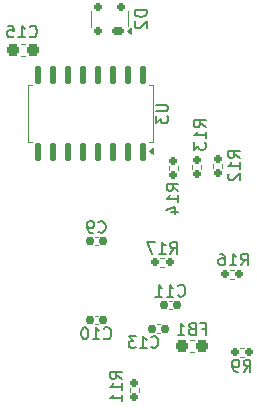
<source format=gbr>
%TF.GenerationSoftware,KiCad,Pcbnew,8.0.2*%
%TF.CreationDate,2024-06-17T14:20:13-07:00*%
%TF.ProjectId,USB_SPDTK,5553425f-5350-4445-944b-2e6b69636164,rev?*%
%TF.SameCoordinates,Original*%
%TF.FileFunction,Legend,Bot*%
%TF.FilePolarity,Positive*%
%FSLAX46Y46*%
G04 Gerber Fmt 4.6, Leading zero omitted, Abs format (unit mm)*
G04 Created by KiCad (PCBNEW 8.0.2) date 2024-06-17 14:20:13*
%MOMM*%
%LPD*%
G01*
G04 APERTURE LIST*
G04 Aperture macros list*
%AMRoundRect*
0 Rectangle with rounded corners*
0 $1 Rounding radius*
0 $2 $3 $4 $5 $6 $7 $8 $9 X,Y pos of 4 corners*
0 Add a 4 corners polygon primitive as box body*
4,1,4,$2,$3,$4,$5,$6,$7,$8,$9,$2,$3,0*
0 Add four circle primitives for the rounded corners*
1,1,$1+$1,$2,$3*
1,1,$1+$1,$4,$5*
1,1,$1+$1,$6,$7*
1,1,$1+$1,$8,$9*
0 Add four rect primitives between the rounded corners*
20,1,$1+$1,$2,$3,$4,$5,0*
20,1,$1+$1,$4,$5,$6,$7,0*
20,1,$1+$1,$6,$7,$8,$9,0*
20,1,$1+$1,$8,$9,$2,$3,0*%
G04 Aperture macros list end*
%ADD10C,0.150000*%
%ADD11C,0.120000*%
%ADD12R,1.000000X1.000000*%
%ADD13O,1.000000X1.000000*%
%ADD14C,3.600000*%
%ADD15C,5.600000*%
%ADD16C,2.374900*%
%ADD17C,0.990600*%
%ADD18O,0.900000X1.600000*%
%ADD19RoundRect,0.137500X0.137500X-0.662500X0.137500X0.662500X-0.137500X0.662500X-0.137500X-0.662500X0*%
%ADD20RoundRect,0.160000X-0.197500X-0.160000X0.197500X-0.160000X0.197500X0.160000X-0.197500X0.160000X0*%
%ADD21RoundRect,0.155000X0.212500X0.155000X-0.212500X0.155000X-0.212500X-0.155000X0.212500X-0.155000X0*%
%ADD22RoundRect,0.155000X-0.212500X-0.155000X0.212500X-0.155000X0.212500X0.155000X-0.212500X0.155000X0*%
%ADD23RoundRect,0.237500X-0.300000X-0.237500X0.300000X-0.237500X0.300000X0.237500X-0.300000X0.237500X0*%
%ADD24RoundRect,0.175000X0.325000X-0.175000X0.325000X0.175000X-0.325000X0.175000X-0.325000X-0.175000X0*%
%ADD25RoundRect,0.150000X0.150000X-0.200000X0.150000X0.200000X-0.150000X0.200000X-0.150000X-0.200000X0*%
%ADD26RoundRect,0.160000X0.197500X0.160000X-0.197500X0.160000X-0.197500X-0.160000X0.197500X-0.160000X0*%
%ADD27RoundRect,0.237500X0.300000X0.237500X-0.300000X0.237500X-0.300000X-0.237500X0.300000X-0.237500X0*%
%ADD28C,3.000000*%
%ADD29RoundRect,0.160000X0.160000X-0.197500X0.160000X0.197500X-0.160000X0.197500X-0.160000X-0.197500X0*%
G04 APERTURE END LIST*
D10*
X128754819Y-78738095D02*
X129564342Y-78738095D01*
X129564342Y-78738095D02*
X129659580Y-78785714D01*
X129659580Y-78785714D02*
X129707200Y-78833333D01*
X129707200Y-78833333D02*
X129754819Y-78928571D01*
X129754819Y-78928571D02*
X129754819Y-79119047D01*
X129754819Y-79119047D02*
X129707200Y-79214285D01*
X129707200Y-79214285D02*
X129659580Y-79261904D01*
X129659580Y-79261904D02*
X129564342Y-79309523D01*
X129564342Y-79309523D02*
X128754819Y-79309523D01*
X128754819Y-79690476D02*
X128754819Y-80309523D01*
X128754819Y-80309523D02*
X129135771Y-79976190D01*
X129135771Y-79976190D02*
X129135771Y-80119047D01*
X129135771Y-80119047D02*
X129183390Y-80214285D01*
X129183390Y-80214285D02*
X129231009Y-80261904D01*
X129231009Y-80261904D02*
X129326247Y-80309523D01*
X129326247Y-80309523D02*
X129564342Y-80309523D01*
X129564342Y-80309523D02*
X129659580Y-80261904D01*
X129659580Y-80261904D02*
X129707200Y-80214285D01*
X129707200Y-80214285D02*
X129754819Y-80119047D01*
X129754819Y-80119047D02*
X129754819Y-79833333D01*
X129754819Y-79833333D02*
X129707200Y-79738095D01*
X129707200Y-79738095D02*
X129659580Y-79690476D01*
X136166666Y-101354819D02*
X136499999Y-100878628D01*
X136738094Y-101354819D02*
X136738094Y-100354819D01*
X136738094Y-100354819D02*
X136357142Y-100354819D01*
X136357142Y-100354819D02*
X136261904Y-100402438D01*
X136261904Y-100402438D02*
X136214285Y-100450057D01*
X136214285Y-100450057D02*
X136166666Y-100545295D01*
X136166666Y-100545295D02*
X136166666Y-100688152D01*
X136166666Y-100688152D02*
X136214285Y-100783390D01*
X136214285Y-100783390D02*
X136261904Y-100831009D01*
X136261904Y-100831009D02*
X136357142Y-100878628D01*
X136357142Y-100878628D02*
X136738094Y-100878628D01*
X135690475Y-101354819D02*
X135499999Y-101354819D01*
X135499999Y-101354819D02*
X135404761Y-101307200D01*
X135404761Y-101307200D02*
X135357142Y-101259580D01*
X135357142Y-101259580D02*
X135261904Y-101116723D01*
X135261904Y-101116723D02*
X135214285Y-100926247D01*
X135214285Y-100926247D02*
X135214285Y-100545295D01*
X135214285Y-100545295D02*
X135261904Y-100450057D01*
X135261904Y-100450057D02*
X135309523Y-100402438D01*
X135309523Y-100402438D02*
X135404761Y-100354819D01*
X135404761Y-100354819D02*
X135595237Y-100354819D01*
X135595237Y-100354819D02*
X135690475Y-100402438D01*
X135690475Y-100402438D02*
X135738094Y-100450057D01*
X135738094Y-100450057D02*
X135785713Y-100545295D01*
X135785713Y-100545295D02*
X135785713Y-100783390D01*
X135785713Y-100783390D02*
X135738094Y-100878628D01*
X135738094Y-100878628D02*
X135690475Y-100926247D01*
X135690475Y-100926247D02*
X135595237Y-100973866D01*
X135595237Y-100973866D02*
X135404761Y-100973866D01*
X135404761Y-100973866D02*
X135309523Y-100926247D01*
X135309523Y-100926247D02*
X135261904Y-100878628D01*
X135261904Y-100878628D02*
X135214285Y-100783390D01*
X130610357Y-94899580D02*
X130657976Y-94947200D01*
X130657976Y-94947200D02*
X130800833Y-94994819D01*
X130800833Y-94994819D02*
X130896071Y-94994819D01*
X130896071Y-94994819D02*
X131038928Y-94947200D01*
X131038928Y-94947200D02*
X131134166Y-94851961D01*
X131134166Y-94851961D02*
X131181785Y-94756723D01*
X131181785Y-94756723D02*
X131229404Y-94566247D01*
X131229404Y-94566247D02*
X131229404Y-94423390D01*
X131229404Y-94423390D02*
X131181785Y-94232914D01*
X131181785Y-94232914D02*
X131134166Y-94137676D01*
X131134166Y-94137676D02*
X131038928Y-94042438D01*
X131038928Y-94042438D02*
X130896071Y-93994819D01*
X130896071Y-93994819D02*
X130800833Y-93994819D01*
X130800833Y-93994819D02*
X130657976Y-94042438D01*
X130657976Y-94042438D02*
X130610357Y-94090057D01*
X129657976Y-94994819D02*
X130229404Y-94994819D01*
X129943690Y-94994819D02*
X129943690Y-93994819D01*
X129943690Y-93994819D02*
X130038928Y-94137676D01*
X130038928Y-94137676D02*
X130134166Y-94232914D01*
X130134166Y-94232914D02*
X130229404Y-94280533D01*
X128705595Y-94994819D02*
X129277023Y-94994819D01*
X128991309Y-94994819D02*
X128991309Y-93994819D01*
X128991309Y-93994819D02*
X129086547Y-94137676D01*
X129086547Y-94137676D02*
X129181785Y-94232914D01*
X129181785Y-94232914D02*
X129277023Y-94280533D01*
X124342857Y-98519580D02*
X124390476Y-98567200D01*
X124390476Y-98567200D02*
X124533333Y-98614819D01*
X124533333Y-98614819D02*
X124628571Y-98614819D01*
X124628571Y-98614819D02*
X124771428Y-98567200D01*
X124771428Y-98567200D02*
X124866666Y-98471961D01*
X124866666Y-98471961D02*
X124914285Y-98376723D01*
X124914285Y-98376723D02*
X124961904Y-98186247D01*
X124961904Y-98186247D02*
X124961904Y-98043390D01*
X124961904Y-98043390D02*
X124914285Y-97852914D01*
X124914285Y-97852914D02*
X124866666Y-97757676D01*
X124866666Y-97757676D02*
X124771428Y-97662438D01*
X124771428Y-97662438D02*
X124628571Y-97614819D01*
X124628571Y-97614819D02*
X124533333Y-97614819D01*
X124533333Y-97614819D02*
X124390476Y-97662438D01*
X124390476Y-97662438D02*
X124342857Y-97710057D01*
X123390476Y-98614819D02*
X123961904Y-98614819D01*
X123676190Y-98614819D02*
X123676190Y-97614819D01*
X123676190Y-97614819D02*
X123771428Y-97757676D01*
X123771428Y-97757676D02*
X123866666Y-97852914D01*
X123866666Y-97852914D02*
X123961904Y-97900533D01*
X122771428Y-97614819D02*
X122676190Y-97614819D01*
X122676190Y-97614819D02*
X122580952Y-97662438D01*
X122580952Y-97662438D02*
X122533333Y-97710057D01*
X122533333Y-97710057D02*
X122485714Y-97805295D01*
X122485714Y-97805295D02*
X122438095Y-97995771D01*
X122438095Y-97995771D02*
X122438095Y-98233866D01*
X122438095Y-98233866D02*
X122485714Y-98424342D01*
X122485714Y-98424342D02*
X122533333Y-98519580D01*
X122533333Y-98519580D02*
X122580952Y-98567200D01*
X122580952Y-98567200D02*
X122676190Y-98614819D01*
X122676190Y-98614819D02*
X122771428Y-98614819D01*
X122771428Y-98614819D02*
X122866666Y-98567200D01*
X122866666Y-98567200D02*
X122914285Y-98519580D01*
X122914285Y-98519580D02*
X122961904Y-98424342D01*
X122961904Y-98424342D02*
X123009523Y-98233866D01*
X123009523Y-98233866D02*
X123009523Y-97995771D01*
X123009523Y-97995771D02*
X122961904Y-97805295D01*
X122961904Y-97805295D02*
X122914285Y-97710057D01*
X122914285Y-97710057D02*
X122866666Y-97662438D01*
X122866666Y-97662438D02*
X122771428Y-97614819D01*
X123866666Y-89499580D02*
X123914285Y-89547200D01*
X123914285Y-89547200D02*
X124057142Y-89594819D01*
X124057142Y-89594819D02*
X124152380Y-89594819D01*
X124152380Y-89594819D02*
X124295237Y-89547200D01*
X124295237Y-89547200D02*
X124390475Y-89451961D01*
X124390475Y-89451961D02*
X124438094Y-89356723D01*
X124438094Y-89356723D02*
X124485713Y-89166247D01*
X124485713Y-89166247D02*
X124485713Y-89023390D01*
X124485713Y-89023390D02*
X124438094Y-88832914D01*
X124438094Y-88832914D02*
X124390475Y-88737676D01*
X124390475Y-88737676D02*
X124295237Y-88642438D01*
X124295237Y-88642438D02*
X124152380Y-88594819D01*
X124152380Y-88594819D02*
X124057142Y-88594819D01*
X124057142Y-88594819D02*
X123914285Y-88642438D01*
X123914285Y-88642438D02*
X123866666Y-88690057D01*
X123390475Y-89594819D02*
X123199999Y-89594819D01*
X123199999Y-89594819D02*
X123104761Y-89547200D01*
X123104761Y-89547200D02*
X123057142Y-89499580D01*
X123057142Y-89499580D02*
X122961904Y-89356723D01*
X122961904Y-89356723D02*
X122914285Y-89166247D01*
X122914285Y-89166247D02*
X122914285Y-88785295D01*
X122914285Y-88785295D02*
X122961904Y-88690057D01*
X122961904Y-88690057D02*
X123009523Y-88642438D01*
X123009523Y-88642438D02*
X123104761Y-88594819D01*
X123104761Y-88594819D02*
X123295237Y-88594819D01*
X123295237Y-88594819D02*
X123390475Y-88642438D01*
X123390475Y-88642438D02*
X123438094Y-88690057D01*
X123438094Y-88690057D02*
X123485713Y-88785295D01*
X123485713Y-88785295D02*
X123485713Y-89023390D01*
X123485713Y-89023390D02*
X123438094Y-89118628D01*
X123438094Y-89118628D02*
X123390475Y-89166247D01*
X123390475Y-89166247D02*
X123295237Y-89213866D01*
X123295237Y-89213866D02*
X123104761Y-89213866D01*
X123104761Y-89213866D02*
X123009523Y-89166247D01*
X123009523Y-89166247D02*
X122961904Y-89118628D01*
X122961904Y-89118628D02*
X122914285Y-89023390D01*
X118042857Y-72959580D02*
X118090476Y-73007200D01*
X118090476Y-73007200D02*
X118233333Y-73054819D01*
X118233333Y-73054819D02*
X118328571Y-73054819D01*
X118328571Y-73054819D02*
X118471428Y-73007200D01*
X118471428Y-73007200D02*
X118566666Y-72911961D01*
X118566666Y-72911961D02*
X118614285Y-72816723D01*
X118614285Y-72816723D02*
X118661904Y-72626247D01*
X118661904Y-72626247D02*
X118661904Y-72483390D01*
X118661904Y-72483390D02*
X118614285Y-72292914D01*
X118614285Y-72292914D02*
X118566666Y-72197676D01*
X118566666Y-72197676D02*
X118471428Y-72102438D01*
X118471428Y-72102438D02*
X118328571Y-72054819D01*
X118328571Y-72054819D02*
X118233333Y-72054819D01*
X118233333Y-72054819D02*
X118090476Y-72102438D01*
X118090476Y-72102438D02*
X118042857Y-72150057D01*
X117090476Y-73054819D02*
X117661904Y-73054819D01*
X117376190Y-73054819D02*
X117376190Y-72054819D01*
X117376190Y-72054819D02*
X117471428Y-72197676D01*
X117471428Y-72197676D02*
X117566666Y-72292914D01*
X117566666Y-72292914D02*
X117661904Y-72340533D01*
X116185714Y-72054819D02*
X116661904Y-72054819D01*
X116661904Y-72054819D02*
X116709523Y-72531009D01*
X116709523Y-72531009D02*
X116661904Y-72483390D01*
X116661904Y-72483390D02*
X116566666Y-72435771D01*
X116566666Y-72435771D02*
X116328571Y-72435771D01*
X116328571Y-72435771D02*
X116233333Y-72483390D01*
X116233333Y-72483390D02*
X116185714Y-72531009D01*
X116185714Y-72531009D02*
X116138095Y-72626247D01*
X116138095Y-72626247D02*
X116138095Y-72864342D01*
X116138095Y-72864342D02*
X116185714Y-72959580D01*
X116185714Y-72959580D02*
X116233333Y-73007200D01*
X116233333Y-73007200D02*
X116328571Y-73054819D01*
X116328571Y-73054819D02*
X116566666Y-73054819D01*
X116566666Y-73054819D02*
X116661904Y-73007200D01*
X116661904Y-73007200D02*
X116709523Y-72959580D01*
X127954819Y-70741905D02*
X126954819Y-70741905D01*
X126954819Y-70741905D02*
X126954819Y-70980000D01*
X126954819Y-70980000D02*
X127002438Y-71122857D01*
X127002438Y-71122857D02*
X127097676Y-71218095D01*
X127097676Y-71218095D02*
X127192914Y-71265714D01*
X127192914Y-71265714D02*
X127383390Y-71313333D01*
X127383390Y-71313333D02*
X127526247Y-71313333D01*
X127526247Y-71313333D02*
X127716723Y-71265714D01*
X127716723Y-71265714D02*
X127811961Y-71218095D01*
X127811961Y-71218095D02*
X127907200Y-71122857D01*
X127907200Y-71122857D02*
X127954819Y-70980000D01*
X127954819Y-70980000D02*
X127954819Y-70741905D01*
X127050057Y-71694286D02*
X127002438Y-71741905D01*
X127002438Y-71741905D02*
X126954819Y-71837143D01*
X126954819Y-71837143D02*
X126954819Y-72075238D01*
X126954819Y-72075238D02*
X127002438Y-72170476D01*
X127002438Y-72170476D02*
X127050057Y-72218095D01*
X127050057Y-72218095D02*
X127145295Y-72265714D01*
X127145295Y-72265714D02*
X127240533Y-72265714D01*
X127240533Y-72265714D02*
X127383390Y-72218095D01*
X127383390Y-72218095D02*
X127954819Y-71646667D01*
X127954819Y-71646667D02*
X127954819Y-72265714D01*
X128342857Y-99259580D02*
X128390476Y-99307200D01*
X128390476Y-99307200D02*
X128533333Y-99354819D01*
X128533333Y-99354819D02*
X128628571Y-99354819D01*
X128628571Y-99354819D02*
X128771428Y-99307200D01*
X128771428Y-99307200D02*
X128866666Y-99211961D01*
X128866666Y-99211961D02*
X128914285Y-99116723D01*
X128914285Y-99116723D02*
X128961904Y-98926247D01*
X128961904Y-98926247D02*
X128961904Y-98783390D01*
X128961904Y-98783390D02*
X128914285Y-98592914D01*
X128914285Y-98592914D02*
X128866666Y-98497676D01*
X128866666Y-98497676D02*
X128771428Y-98402438D01*
X128771428Y-98402438D02*
X128628571Y-98354819D01*
X128628571Y-98354819D02*
X128533333Y-98354819D01*
X128533333Y-98354819D02*
X128390476Y-98402438D01*
X128390476Y-98402438D02*
X128342857Y-98450057D01*
X127390476Y-99354819D02*
X127961904Y-99354819D01*
X127676190Y-99354819D02*
X127676190Y-98354819D01*
X127676190Y-98354819D02*
X127771428Y-98497676D01*
X127771428Y-98497676D02*
X127866666Y-98592914D01*
X127866666Y-98592914D02*
X127961904Y-98640533D01*
X127057142Y-98354819D02*
X126438095Y-98354819D01*
X126438095Y-98354819D02*
X126771428Y-98735771D01*
X126771428Y-98735771D02*
X126628571Y-98735771D01*
X126628571Y-98735771D02*
X126533333Y-98783390D01*
X126533333Y-98783390D02*
X126485714Y-98831009D01*
X126485714Y-98831009D02*
X126438095Y-98926247D01*
X126438095Y-98926247D02*
X126438095Y-99164342D01*
X126438095Y-99164342D02*
X126485714Y-99259580D01*
X126485714Y-99259580D02*
X126533333Y-99307200D01*
X126533333Y-99307200D02*
X126628571Y-99354819D01*
X126628571Y-99354819D02*
X126914285Y-99354819D01*
X126914285Y-99354819D02*
X127009523Y-99307200D01*
X127009523Y-99307200D02*
X127057142Y-99259580D01*
X129942857Y-91384819D02*
X130276190Y-90908628D01*
X130514285Y-91384819D02*
X130514285Y-90384819D01*
X130514285Y-90384819D02*
X130133333Y-90384819D01*
X130133333Y-90384819D02*
X130038095Y-90432438D01*
X130038095Y-90432438D02*
X129990476Y-90480057D01*
X129990476Y-90480057D02*
X129942857Y-90575295D01*
X129942857Y-90575295D02*
X129942857Y-90718152D01*
X129942857Y-90718152D02*
X129990476Y-90813390D01*
X129990476Y-90813390D02*
X130038095Y-90861009D01*
X130038095Y-90861009D02*
X130133333Y-90908628D01*
X130133333Y-90908628D02*
X130514285Y-90908628D01*
X128990476Y-91384819D02*
X129561904Y-91384819D01*
X129276190Y-91384819D02*
X129276190Y-90384819D01*
X129276190Y-90384819D02*
X129371428Y-90527676D01*
X129371428Y-90527676D02*
X129466666Y-90622914D01*
X129466666Y-90622914D02*
X129561904Y-90670533D01*
X128657142Y-90384819D02*
X127990476Y-90384819D01*
X127990476Y-90384819D02*
X128419047Y-91384819D01*
X132633333Y-97701009D02*
X132966666Y-97701009D01*
X132966666Y-98224819D02*
X132966666Y-97224819D01*
X132966666Y-97224819D02*
X132490476Y-97224819D01*
X131776190Y-97701009D02*
X131633333Y-97748628D01*
X131633333Y-97748628D02*
X131585714Y-97796247D01*
X131585714Y-97796247D02*
X131538095Y-97891485D01*
X131538095Y-97891485D02*
X131538095Y-98034342D01*
X131538095Y-98034342D02*
X131585714Y-98129580D01*
X131585714Y-98129580D02*
X131633333Y-98177200D01*
X131633333Y-98177200D02*
X131728571Y-98224819D01*
X131728571Y-98224819D02*
X132109523Y-98224819D01*
X132109523Y-98224819D02*
X132109523Y-97224819D01*
X132109523Y-97224819D02*
X131776190Y-97224819D01*
X131776190Y-97224819D02*
X131680952Y-97272438D01*
X131680952Y-97272438D02*
X131633333Y-97320057D01*
X131633333Y-97320057D02*
X131585714Y-97415295D01*
X131585714Y-97415295D02*
X131585714Y-97510533D01*
X131585714Y-97510533D02*
X131633333Y-97605771D01*
X131633333Y-97605771D02*
X131680952Y-97653390D01*
X131680952Y-97653390D02*
X131776190Y-97701009D01*
X131776190Y-97701009D02*
X132109523Y-97701009D01*
X130585714Y-98224819D02*
X131157142Y-98224819D01*
X130871428Y-98224819D02*
X130871428Y-97224819D01*
X130871428Y-97224819D02*
X130966666Y-97367676D01*
X130966666Y-97367676D02*
X131061904Y-97462914D01*
X131061904Y-97462914D02*
X131157142Y-97510533D01*
X130654819Y-86057142D02*
X130178628Y-85723809D01*
X130654819Y-85485714D02*
X129654819Y-85485714D01*
X129654819Y-85485714D02*
X129654819Y-85866666D01*
X129654819Y-85866666D02*
X129702438Y-85961904D01*
X129702438Y-85961904D02*
X129750057Y-86009523D01*
X129750057Y-86009523D02*
X129845295Y-86057142D01*
X129845295Y-86057142D02*
X129988152Y-86057142D01*
X129988152Y-86057142D02*
X130083390Y-86009523D01*
X130083390Y-86009523D02*
X130131009Y-85961904D01*
X130131009Y-85961904D02*
X130178628Y-85866666D01*
X130178628Y-85866666D02*
X130178628Y-85485714D01*
X130654819Y-87009523D02*
X130654819Y-86438095D01*
X130654819Y-86723809D02*
X129654819Y-86723809D01*
X129654819Y-86723809D02*
X129797676Y-86628571D01*
X129797676Y-86628571D02*
X129892914Y-86533333D01*
X129892914Y-86533333D02*
X129940533Y-86438095D01*
X129988152Y-87866666D02*
X130654819Y-87866666D01*
X129607200Y-87628571D02*
X130321485Y-87390476D01*
X130321485Y-87390476D02*
X130321485Y-88009523D01*
X132954819Y-80657142D02*
X132478628Y-80323809D01*
X132954819Y-80085714D02*
X131954819Y-80085714D01*
X131954819Y-80085714D02*
X131954819Y-80466666D01*
X131954819Y-80466666D02*
X132002438Y-80561904D01*
X132002438Y-80561904D02*
X132050057Y-80609523D01*
X132050057Y-80609523D02*
X132145295Y-80657142D01*
X132145295Y-80657142D02*
X132288152Y-80657142D01*
X132288152Y-80657142D02*
X132383390Y-80609523D01*
X132383390Y-80609523D02*
X132431009Y-80561904D01*
X132431009Y-80561904D02*
X132478628Y-80466666D01*
X132478628Y-80466666D02*
X132478628Y-80085714D01*
X132954819Y-81609523D02*
X132954819Y-81038095D01*
X132954819Y-81323809D02*
X131954819Y-81323809D01*
X131954819Y-81323809D02*
X132097676Y-81228571D01*
X132097676Y-81228571D02*
X132192914Y-81133333D01*
X132192914Y-81133333D02*
X132240533Y-81038095D01*
X131954819Y-81942857D02*
X131954819Y-82561904D01*
X131954819Y-82561904D02*
X132335771Y-82228571D01*
X132335771Y-82228571D02*
X132335771Y-82371428D01*
X132335771Y-82371428D02*
X132383390Y-82466666D01*
X132383390Y-82466666D02*
X132431009Y-82514285D01*
X132431009Y-82514285D02*
X132526247Y-82561904D01*
X132526247Y-82561904D02*
X132764342Y-82561904D01*
X132764342Y-82561904D02*
X132859580Y-82514285D01*
X132859580Y-82514285D02*
X132907200Y-82466666D01*
X132907200Y-82466666D02*
X132954819Y-82371428D01*
X132954819Y-82371428D02*
X132954819Y-82085714D01*
X132954819Y-82085714D02*
X132907200Y-81990476D01*
X132907200Y-81990476D02*
X132859580Y-81942857D01*
X125854819Y-101957142D02*
X125378628Y-101623809D01*
X125854819Y-101385714D02*
X124854819Y-101385714D01*
X124854819Y-101385714D02*
X124854819Y-101766666D01*
X124854819Y-101766666D02*
X124902438Y-101861904D01*
X124902438Y-101861904D02*
X124950057Y-101909523D01*
X124950057Y-101909523D02*
X125045295Y-101957142D01*
X125045295Y-101957142D02*
X125188152Y-101957142D01*
X125188152Y-101957142D02*
X125283390Y-101909523D01*
X125283390Y-101909523D02*
X125331009Y-101861904D01*
X125331009Y-101861904D02*
X125378628Y-101766666D01*
X125378628Y-101766666D02*
X125378628Y-101385714D01*
X125854819Y-102909523D02*
X125854819Y-102338095D01*
X125854819Y-102623809D02*
X124854819Y-102623809D01*
X124854819Y-102623809D02*
X124997676Y-102528571D01*
X124997676Y-102528571D02*
X125092914Y-102433333D01*
X125092914Y-102433333D02*
X125140533Y-102338095D01*
X125854819Y-103861904D02*
X125854819Y-103290476D01*
X125854819Y-103576190D02*
X124854819Y-103576190D01*
X124854819Y-103576190D02*
X124997676Y-103480952D01*
X124997676Y-103480952D02*
X125092914Y-103385714D01*
X125092914Y-103385714D02*
X125140533Y-103290476D01*
X135942857Y-92354819D02*
X136276190Y-91878628D01*
X136514285Y-92354819D02*
X136514285Y-91354819D01*
X136514285Y-91354819D02*
X136133333Y-91354819D01*
X136133333Y-91354819D02*
X136038095Y-91402438D01*
X136038095Y-91402438D02*
X135990476Y-91450057D01*
X135990476Y-91450057D02*
X135942857Y-91545295D01*
X135942857Y-91545295D02*
X135942857Y-91688152D01*
X135942857Y-91688152D02*
X135990476Y-91783390D01*
X135990476Y-91783390D02*
X136038095Y-91831009D01*
X136038095Y-91831009D02*
X136133333Y-91878628D01*
X136133333Y-91878628D02*
X136514285Y-91878628D01*
X134990476Y-92354819D02*
X135561904Y-92354819D01*
X135276190Y-92354819D02*
X135276190Y-91354819D01*
X135276190Y-91354819D02*
X135371428Y-91497676D01*
X135371428Y-91497676D02*
X135466666Y-91592914D01*
X135466666Y-91592914D02*
X135561904Y-91640533D01*
X134133333Y-91354819D02*
X134323809Y-91354819D01*
X134323809Y-91354819D02*
X134419047Y-91402438D01*
X134419047Y-91402438D02*
X134466666Y-91450057D01*
X134466666Y-91450057D02*
X134561904Y-91592914D01*
X134561904Y-91592914D02*
X134609523Y-91783390D01*
X134609523Y-91783390D02*
X134609523Y-92164342D01*
X134609523Y-92164342D02*
X134561904Y-92259580D01*
X134561904Y-92259580D02*
X134514285Y-92307200D01*
X134514285Y-92307200D02*
X134419047Y-92354819D01*
X134419047Y-92354819D02*
X134228571Y-92354819D01*
X134228571Y-92354819D02*
X134133333Y-92307200D01*
X134133333Y-92307200D02*
X134085714Y-92259580D01*
X134085714Y-92259580D02*
X134038095Y-92164342D01*
X134038095Y-92164342D02*
X134038095Y-91926247D01*
X134038095Y-91926247D02*
X134085714Y-91831009D01*
X134085714Y-91831009D02*
X134133333Y-91783390D01*
X134133333Y-91783390D02*
X134228571Y-91735771D01*
X134228571Y-91735771D02*
X134419047Y-91735771D01*
X134419047Y-91735771D02*
X134514285Y-91783390D01*
X134514285Y-91783390D02*
X134561904Y-91831009D01*
X134561904Y-91831009D02*
X134609523Y-91926247D01*
X135854819Y-83257142D02*
X135378628Y-82923809D01*
X135854819Y-82685714D02*
X134854819Y-82685714D01*
X134854819Y-82685714D02*
X134854819Y-83066666D01*
X134854819Y-83066666D02*
X134902438Y-83161904D01*
X134902438Y-83161904D02*
X134950057Y-83209523D01*
X134950057Y-83209523D02*
X135045295Y-83257142D01*
X135045295Y-83257142D02*
X135188152Y-83257142D01*
X135188152Y-83257142D02*
X135283390Y-83209523D01*
X135283390Y-83209523D02*
X135331009Y-83161904D01*
X135331009Y-83161904D02*
X135378628Y-83066666D01*
X135378628Y-83066666D02*
X135378628Y-82685714D01*
X135854819Y-84209523D02*
X135854819Y-83638095D01*
X135854819Y-83923809D02*
X134854819Y-83923809D01*
X134854819Y-83923809D02*
X134997676Y-83828571D01*
X134997676Y-83828571D02*
X135092914Y-83733333D01*
X135092914Y-83733333D02*
X135140533Y-83638095D01*
X134950057Y-84590476D02*
X134902438Y-84638095D01*
X134902438Y-84638095D02*
X134854819Y-84733333D01*
X134854819Y-84733333D02*
X134854819Y-84971428D01*
X134854819Y-84971428D02*
X134902438Y-85066666D01*
X134902438Y-85066666D02*
X134950057Y-85114285D01*
X134950057Y-85114285D02*
X135045295Y-85161904D01*
X135045295Y-85161904D02*
X135140533Y-85161904D01*
X135140533Y-85161904D02*
X135283390Y-85114285D01*
X135283390Y-85114285D02*
X135854819Y-84542857D01*
X135854819Y-84542857D02*
X135854819Y-85161904D01*
D11*
%TO.C,U3*%
X117940000Y-77115000D02*
X117940000Y-79500000D01*
X117940000Y-81885000D02*
X117940000Y-79500000D01*
X118220000Y-77115000D02*
X117940000Y-77115000D01*
X118220000Y-81885000D02*
X117940000Y-81885000D01*
X128180000Y-77115000D02*
X128460000Y-77115000D01*
X128180000Y-81885000D02*
X128460000Y-81885000D01*
X128460000Y-77115000D02*
X128460000Y-79500000D01*
X128460000Y-81885000D02*
X128460000Y-79500000D01*
X128510000Y-82902500D02*
X128180000Y-82662500D01*
X128510000Y-82422500D01*
X128510000Y-82902500D01*
G36*
X128510000Y-82902500D02*
G01*
X128180000Y-82662500D01*
X128510000Y-82422500D01*
X128510000Y-82902500D01*
G37*
%TO.C,R9*%
X136167621Y-99320000D02*
X135832379Y-99320000D01*
X136167621Y-100080000D02*
X135832379Y-100080000D01*
%TO.C,C11*%
X129851665Y-95340000D02*
X130083335Y-95340000D01*
X129851665Y-96060000D02*
X130083335Y-96060000D01*
%TO.C,C10*%
X123815835Y-96640000D02*
X123584165Y-96640000D01*
X123815835Y-97360000D02*
X123584165Y-97360000D01*
%TO.C,C9*%
X123584165Y-89940000D02*
X123815835Y-89940000D01*
X123584165Y-90660000D02*
X123815835Y-90660000D01*
%TO.C,C15*%
X117646267Y-73590000D02*
X117353733Y-73590000D01*
X117646267Y-74610000D02*
X117353733Y-74610000D01*
%TO.C,D2*%
X123240000Y-70850000D02*
X123240000Y-72150000D01*
X126360000Y-72120000D02*
X126360000Y-70850000D01*
X126640000Y-72740000D02*
X126310000Y-72500000D01*
X126640000Y-72260000D01*
X126640000Y-72740000D01*
G36*
X126640000Y-72740000D02*
G01*
X126310000Y-72500000D01*
X126640000Y-72260000D01*
X126640000Y-72740000D01*
G37*
%TO.C,C13*%
X128851665Y-97340000D02*
X129083335Y-97340000D01*
X128851665Y-98060000D02*
X129083335Y-98060000D01*
%TO.C,R17*%
X129132379Y-91720000D02*
X129467621Y-91720000D01*
X129132379Y-92480000D02*
X129467621Y-92480000D01*
%TO.C,FB1*%
X131653733Y-98690000D02*
X131946267Y-98690000D01*
X131653733Y-99710000D02*
X131946267Y-99710000D01*
%TO.C,R14*%
X129820000Y-83932379D02*
X129820000Y-84267621D01*
X130580000Y-83932379D02*
X130580000Y-84267621D01*
%TO.C,R13*%
X131820000Y-83832379D02*
X131820000Y-84167621D01*
X132580000Y-83832379D02*
X132580000Y-84167621D01*
%TO.C,R11*%
X126520000Y-102732379D02*
X126520000Y-103067621D01*
X127280000Y-102732379D02*
X127280000Y-103067621D01*
%TO.C,R16*%
X135367621Y-92720000D02*
X135032379Y-92720000D01*
X135367621Y-93480000D02*
X135032379Y-93480000D01*
%TO.C,R12*%
X133620000Y-83807379D02*
X133620000Y-84142621D01*
X134380000Y-83807379D02*
X134380000Y-84142621D01*
%TD*%
%LPC*%
D12*
%TO.C,J3*%
X111430000Y-66950000D03*
D13*
X112700000Y-66950000D03*
X111430000Y-68220000D03*
X112700000Y-68220000D03*
X111430000Y-69490000D03*
X112700000Y-69490000D03*
X111430000Y-70760000D03*
X112700000Y-70760000D03*
X111430000Y-72030000D03*
X112700000Y-72030000D03*
X111430000Y-73300000D03*
X112700000Y-73300000D03*
X111430000Y-74570000D03*
X112700000Y-74570000D03*
X111430000Y-75840000D03*
X112700000Y-75840000D03*
%TD*%
D14*
%TO.C,H1*%
X119012000Y-110500000D03*
D15*
X119012000Y-110500000D03*
%TD*%
D16*
%TO.C,J2*%
X110525000Y-105740000D03*
D17*
X113065000Y-105740000D03*
D16*
X115605000Y-105740000D03*
X110525000Y-100025000D03*
X115605000Y-100025000D03*
D17*
X112049000Y-98120000D03*
X114081000Y-98120000D03*
%TD*%
D14*
%TO.C,H2*%
X130188000Y-110500000D03*
D15*
X130188000Y-110500000D03*
%TD*%
D18*
%TO.C,J1*%
X127300000Y-65125000D03*
X120700000Y-65125000D03*
%TD*%
D19*
%TO.C,U3*%
X127645000Y-82750000D03*
X126375000Y-82750000D03*
X125105000Y-82750000D03*
X123835000Y-82750000D03*
X122565000Y-82750000D03*
X121295000Y-82750000D03*
X120025000Y-82750000D03*
X118755000Y-82750000D03*
X118755000Y-76250000D03*
X120025000Y-76250000D03*
X121295000Y-76250000D03*
X122565000Y-76250000D03*
X123835000Y-76250000D03*
X125105000Y-76250000D03*
X126375000Y-76250000D03*
X127645000Y-76250000D03*
%TD*%
D20*
%TO.C,R9*%
X135402500Y-99700000D03*
X136597500Y-99700000D03*
%TD*%
D21*
%TO.C,C11*%
X130535000Y-95700000D03*
X129400000Y-95700000D03*
%TD*%
D22*
%TO.C,C10*%
X123132500Y-97000000D03*
X124267500Y-97000000D03*
%TD*%
D21*
%TO.C,C9*%
X124267500Y-90300000D03*
X123132500Y-90300000D03*
%TD*%
D23*
%TO.C,C15*%
X116637500Y-74100000D03*
X118362500Y-74100000D03*
%TD*%
D24*
%TO.C,D2*%
X125550000Y-72500000D03*
D25*
X123850000Y-72500000D03*
X123850000Y-70500000D03*
X125750000Y-70500000D03*
%TD*%
D21*
%TO.C,C13*%
X129535000Y-97700000D03*
X128400000Y-97700000D03*
%TD*%
D26*
%TO.C,R17*%
X129897500Y-92100000D03*
X128702500Y-92100000D03*
%TD*%
D27*
%TO.C,FB1*%
X132662500Y-99200000D03*
X130937500Y-99200000D03*
%TD*%
D28*
%TO.C,FID3*%
X109900000Y-111500000D03*
%TD*%
D29*
%TO.C,R14*%
X130200000Y-84697500D03*
X130200000Y-83502500D03*
%TD*%
%TO.C,R13*%
X132200000Y-84597500D03*
X132200000Y-83402500D03*
%TD*%
%TO.C,R11*%
X126900000Y-103497500D03*
X126900000Y-102302500D03*
%TD*%
D20*
%TO.C,R16*%
X134602500Y-93100000D03*
X135797500Y-93100000D03*
%TD*%
D29*
%TO.C,R12*%
X134000000Y-84572500D03*
X134000000Y-83377500D03*
%TD*%
D28*
%TO.C,FID4*%
X139400000Y-66000000D03*
%TD*%
%LPD*%
M02*

</source>
